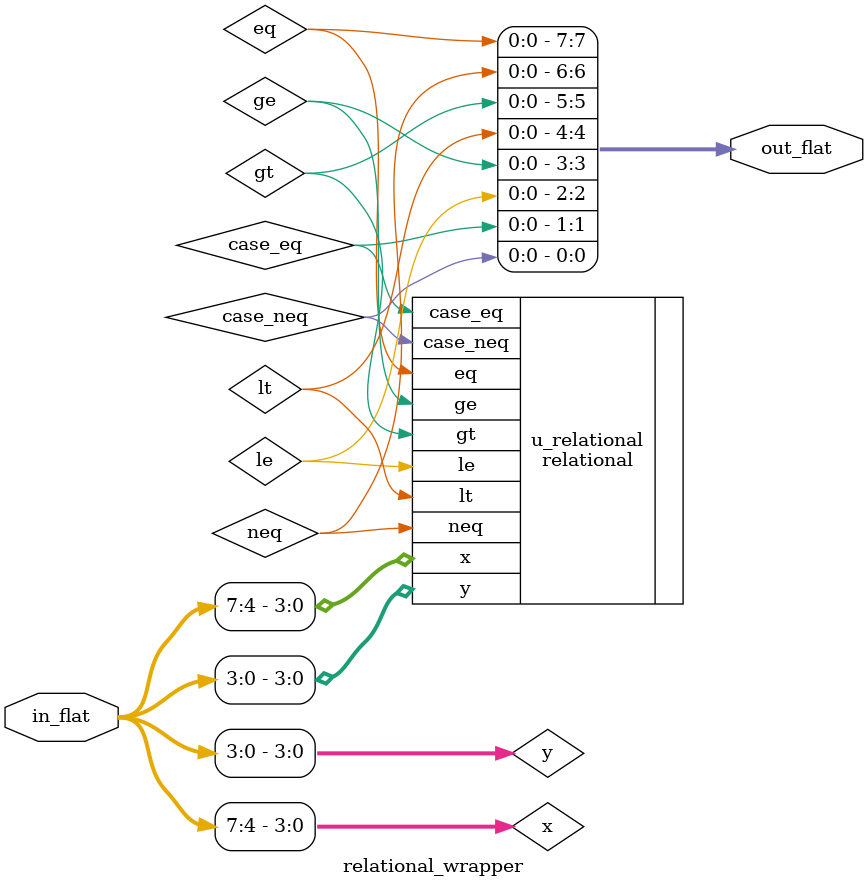
<source format=sv>
module relational_wrapper (
    input  wire [7:0] in_flat,
    output wire [7:0] out_flat
);

  // Slice `in_flat` into original inputs
  wire [3:0] x = in_flat[7:4];
  wire [3:0] y = in_flat[3:0];

  // Wires to capture original module outputs
  wire eq;
  wire neq;
  wire gt;
  wire lt;
  wire ge;
  wire le;
  wire case_eq;
  wire case_neq;

  // Instantiate the original module
  relational u_relational (
    .x(x),
    .y(y),
    .eq(eq),
    .neq(neq),
    .gt(gt),
    .lt(lt),
    .ge(ge),
    .le(le),
    .case_eq(case_eq),
    .case_neq(case_neq)
  );

  // Pack original outputs into `out_flat`
  assign out_flat[7] = eq;
  assign out_flat[6] = neq;
  assign out_flat[5] = gt;
  assign out_flat[4] = lt;
  assign out_flat[3] = ge;
  assign out_flat[2] = le;
  assign out_flat[1] = case_eq;
  assign out_flat[0] = case_neq;

endmodule  // relational_wrapper
</source>
